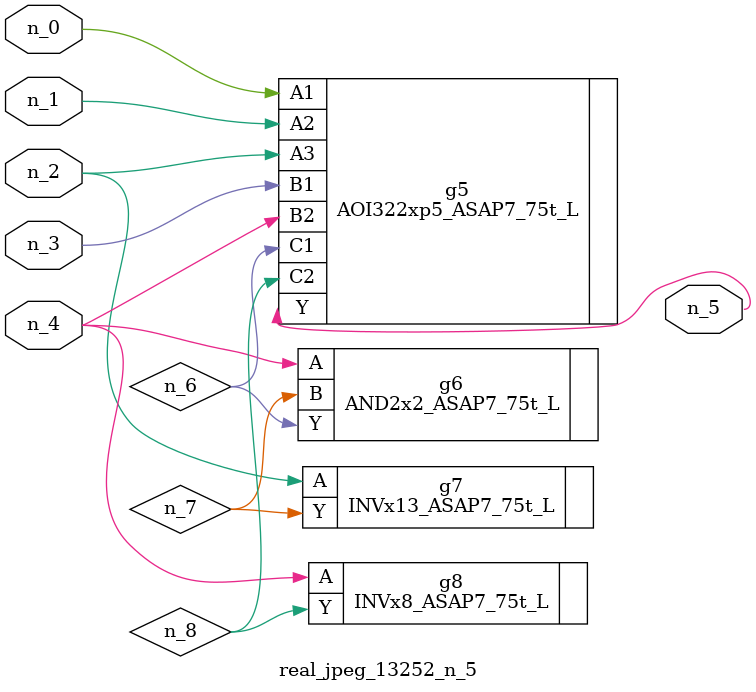
<source format=v>
module real_jpeg_13252_n_5 (n_4, n_0, n_1, n_2, n_3, n_5);

input n_4;
input n_0;
input n_1;
input n_2;
input n_3;

output n_5;

wire n_8;
wire n_6;
wire n_7;

AOI322xp5_ASAP7_75t_L g5 ( 
.A1(n_0),
.A2(n_1),
.A3(n_2),
.B1(n_3),
.B2(n_4),
.C1(n_6),
.C2(n_8),
.Y(n_5)
);

INVx13_ASAP7_75t_L g7 ( 
.A(n_2),
.Y(n_7)
);

AND2x2_ASAP7_75t_L g6 ( 
.A(n_4),
.B(n_7),
.Y(n_6)
);

INVx8_ASAP7_75t_L g8 ( 
.A(n_4),
.Y(n_8)
);


endmodule
</source>
